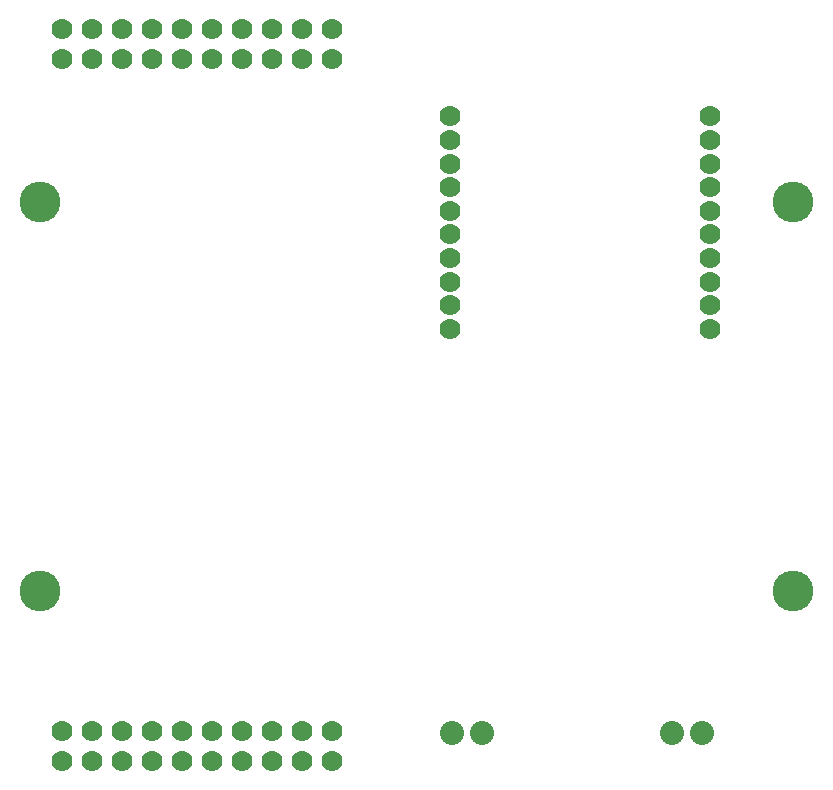
<source format=gbs>
*
*
G04 PADS 9.3.1 Build Number: 456998 generated Gerber (RS-274-X) file*
G04 PC Version=2.1*
*
%IN "DriveControl.pcb"*%
*
%MOIN*%
*
%FSLAX35Y35*%
*
*
*
*
G04 PC Standard Apertures*
*
*
G04 Thermal Relief Aperture macro.*
%AMTER*
1,1,$1,0,0*
1,0,$1-$2,0,0*
21,0,$3,$4,0,0,45*
21,0,$3,$4,0,0,135*
%
*
*
G04 Annular Aperture macro.*
%AMANN*
1,1,$1,0,0*
1,0,$2,0,0*
%
*
*
G04 Odd Aperture macro.*
%AMODD*
1,1,$1,0,0*
1,0,$1-0.005,0,0*
%
*
*
G04 PC Custom Aperture Macros*
*
*
*
*
*
*
G04 PC Aperture Table*
*
%ADD010C,0.001*%
%ADD051C,0.07*%
%ADD190C,0.08*%
%ADD191C,0.13598*%
*
*
*
*
G04 PC Circuitry*
G04 Layer Name DriveControl.pcb - circuitry*
%LPD*%
*
*
G04 PC Custom Flashes*
G04 Layer Name DriveControl.pcb - flashes*
%LPD*%
*
*
G04 PC Circuitry*
G04 Layer Name DriveControl.pcb - circuitry*
%LPD*%
*
G54D10*
G54D51*
G01X150520Y223299D03*
Y215425D03*
Y207551D03*
Y199677D03*
Y191803D03*
Y183929D03*
Y176055D03*
Y168181D03*
Y160307D03*
Y152433D03*
X21067Y8508D03*
Y18508D03*
X31067Y8508D03*
Y18508D03*
X41067Y8508D03*
Y18508D03*
X51067Y8508D03*
Y18508D03*
X61067Y8508D03*
Y18508D03*
X71067Y8508D03*
Y18508D03*
X81067Y8508D03*
Y18508D03*
X91067Y8508D03*
Y18508D03*
X101067Y8508D03*
Y18508D03*
X111067Y8508D03*
Y18508D03*
X21067Y242258D03*
Y252258D03*
X31067Y242258D03*
Y252258D03*
X41067Y242258D03*
Y252258D03*
X51067Y242258D03*
Y252258D03*
X61067Y242258D03*
Y252258D03*
X71067Y242258D03*
Y252258D03*
X81067Y242258D03*
Y252258D03*
X91067Y242258D03*
Y252258D03*
X101067Y242258D03*
Y252258D03*
X111067Y242258D03*
Y252258D03*
X237134Y223299D03*
Y215425D03*
Y207551D03*
Y199677D03*
Y191803D03*
Y183929D03*
Y176055D03*
Y168181D03*
Y160307D03*
Y152433D03*
G54D190*
X151181Y17638D03*
X161181D03*
X234331D03*
X224331D03*
G54D191*
X13780Y64961D03*
Y194882D03*
X264567D03*
Y64961D03*
X0Y0D02*
M02*

</source>
